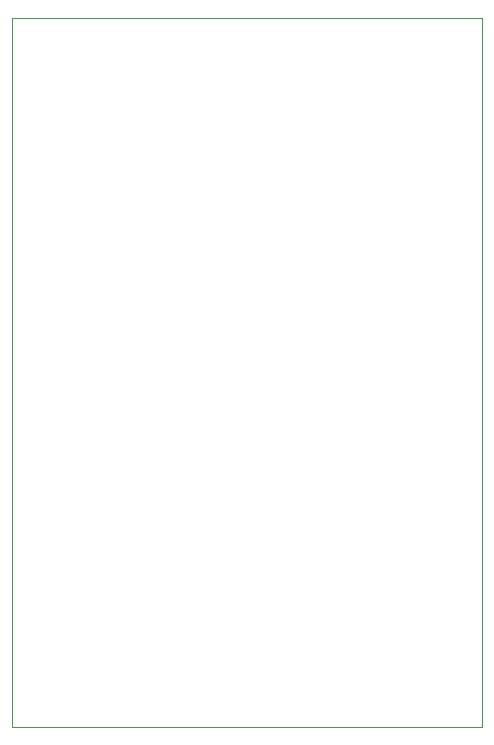
<source format=gbr>
%TF.GenerationSoftware,KiCad,Pcbnew,8.0.7*%
%TF.CreationDate,2025-01-18T17:17:35+01:00*%
%TF.ProjectId,tuff_tuff_pcb,74756666-5f74-4756-9666-5f7063622e6b,rev?*%
%TF.SameCoordinates,Original*%
%TF.FileFunction,Profile,NP*%
%FSLAX46Y46*%
G04 Gerber Fmt 4.6, Leading zero omitted, Abs format (unit mm)*
G04 Created by KiCad (PCBNEW 8.0.7) date 2025-01-18 17:17:35*
%MOMM*%
%LPD*%
G01*
G04 APERTURE LIST*
%TA.AperFunction,Profile*%
%ADD10C,0.050000*%
%TD*%
G04 APERTURE END LIST*
D10*
X-39800000Y60000000D02*
X0Y60000000D01*
X0Y0D01*
X-39800000Y0D01*
X-39800000Y60000000D01*
M02*

</source>
